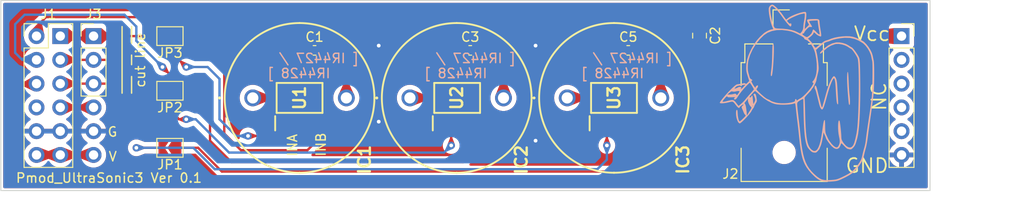
<source format=kicad_pcb>
(kicad_pcb (version 20221018) (generator pcbnew)
  (layers (0 "F.Cu" signal) (31 "B.Cu" signal) (34 "B.Paste" user) (35 "F.Paste" user) (36 "B.SilkS" user "B.Silkscreen") (37 "F.SilkS" user "F.Silkscreen") (38 "B.Mask" user) (39 "F.Mask" user) (44 "Edge.Cuts" user))
  (net 0 "")
  (net 1 "Net-(IC1-VS)")
  (net 2 "GND")
  (net 4 "Net-(IC1-INA)")
  (net 5 "Net-(IC1-INB)")
  (net 6 "Net-(IC1-OUTB)")
  (net 7 "Net-(IC1-OUTA)")
  (net 10 "Net-(IC2-INA)")
  (net 11 "Net-(IC2-INB)")
  (net 12 "Net-(IC2-OUTB)")
  (net 13 "Net-(IC2-OUTA)")
  (net 16 "Net-(IC3-INA)")
  (net 17 "Net-(IC3-INB)")
  (net 18 "Net-(IC3-OUTB)")
  (net 19 "Net-(IC3-OUTA)")
  (net 21 "unconnected-(J1-Pin_4-Pad4)")
  (net 23 "VCC")
  (footprint "SamacSys_Parts:CUSAT80182400TH" (layer "F.Cu") (at 118.618 101.6 90)
    (fp_text reference "U1" (at 0 5 90) (layer "F.SilkS") (effects (font (size 1.27 1.27) (thickness 0.254))))
    (fp_text value "CUSA-T80-18-2400-TH" hide)
    (pad "1" thru_hole circle (at 0 0 90) (size 1.8 1.8) (drill 1.2) (layers "*.Cu" "*.Mask") (net 7 "Net-(IC1-OUTA)"))
    (pad "2" thru_hole circle (at 0 10 90) (size 1.8 1.8) (drill 1.2) (layers "*.Cu" "*.Mask") (net 6 "Net-(IC1-OUTB)"))
  )
  (footprint "SamacSys_Parts:SOIC127P600X175-8N" (layer "F.Cu") (at 123.618 101.6 90)
    (fp_text reference "IC1" (at -6.604 6.938 90) (layer "F.SilkS") (effects (font (size 1.27 1.27) (thickness 0.254))))
    (fp_text value "IR4427STRPBF" hide)
    (pad "1" smd rect (at -2.712 -1.905 180) (size 0.7 1.525) (layers "F.Cu" "F.Paste" "F.Mask"))
    (pad "2" smd rect (at -2.712 -0.635 180) (size 0.7 1.525) (layers "F.Cu" "F.Paste" "F.Mask") (net 4 "Net-(IC1-INA)"))
    (pad "3" smd rect (at -2.712 0.635 180) (size 0.7 1.525) (layers "F.Cu" "F.Paste" "F.Mask") (net 2 "GND"))
    (pad "4" smd rect (at -2.712 1.905 180) (size 0.7 1.525) (layers "F.Cu" "F.Paste" "F.Mask") (net 5 "Net-(IC1-INB)"))
    (pad "5" smd rect (at 2.712 1.905 180) (size 0.7 1.525) (layers "F.Cu" "F.Paste" "F.Mask") (net 6 "Net-(IC1-OUTB)"))
    (pad "6" smd rect (at 2.712 0.635 180) (size 0.7 1.525) (layers "F.Cu" "F.Paste" "F.Mask") (net 1 "Net-(IC1-VS)"))
    (pad "7" smd rect (at 2.712 -0.635 180) (size 0.7 1.525) (layers "F.Cu" "F.Paste" "F.Mask") (net 7 "Net-(IC1-OUTA)"))
    (pad "8" smd rect (at 2.712 -1.905 180) (size 0.7 1.525) (layers "F.Cu" "F.Paste" "F.Mask"))
  )
  (footprint "Capacitor_SMD:C_0805_2012Metric_Pad1.18x1.45mm_HandSolder" (layer "F.Cu") (at 166.37 94.9452 -90)
    (fp_text reference "C2" (at 0 -1.68 90) (layer "F.SilkS"))
    (fp_text value "4.7u")
    (pad "1" smd roundrect (at -1.0375 0 270) (size 1.175 1.45) (layers "F.Cu" "F.Paste" "F.Mask") (roundrect_rratio 0.2127659574) (net 1 "Net-(IC1-VS)"))
    (pad "2" smd roundrect (at 1.0375 0 270) (size 1.175 1.45) (layers "F.Cu" "F.Paste" "F.Mask") (roundrect_rratio 0.2127659574) (net 2 "GND"))
  )
  (footprint "SamacSys_Parts:SOIC127P600X175-8N" (layer "F.Cu") (at 140.462 101.6 90)
    (fp_text reference "IC2" (at -6.604 6.858 90) (layer "F.SilkS") (effects (font (size 1.27 1.27) (thickness 0.254))))
    (fp_text value "IR4427STRPBF" hide)
    (pad "1" smd rect (at -2.712 -1.905 180) (size 0.7 1.525) (layers "F.Cu" "F.Paste" "F.Mask"))
    (pad "2" smd rect (at -2.712 -0.635 180) (size 0.7 1.525) (layers "F.Cu" "F.Paste" "F.Mask") (net 10 "Net-(IC2-INA)"))
    (pad "3" smd rect (at -2.712 0.635 180) (size 0.7 1.525) (layers "F.Cu" "F.Paste" "F.Mask") (net 2 "GND"))
    (pad "4" smd rect (at -2.712 1.905 180) (size 0.7 1.525) (layers "F.Cu" "F.Paste" "F.Mask") (net 11 "Net-(IC2-INB)"))
    (pad "5" smd rect (at 2.712 1.905 180) (size 0.7 1.525) (layers "F.Cu" "F.Paste" "F.Mask") (net 12 "Net-(IC2-OUTB)"))
    (pad "6" smd rect (at 2.712 0.635 180) (size 0.7 1.525) (layers "F.Cu" "F.Paste" "F.Mask") (net 1 "Net-(IC1-VS)"))
    (pad "7" smd rect (at 2.712 -0.635 180) (size 0.7 1.525) (layers "F.Cu" "F.Paste" "F.Mask") (net 13 "Net-(IC2-OUTA)"))
    (pad "8" smd rect (at 2.712 -1.905 180) (size 0.7 1.525) (layers "F.Cu" "F.Paste" "F.Mask"))
  )
  (footprint "Connector_PinSocket_2.54mm:PinSocket_1x06_P2.54mm_Vertical" (layer "F.Cu") (at 187.96 94.996)
    (fp_text reference "REF**" hide)
    (fp_text value "PinSocket_1x06_P2.54mm_Vertical")
    (pad "1" thru_hole rect (at 0 0) (size 1.7 1.7) (drill 1) (layers "*.Cu" "*.Mask") (net 1 "Net-(IC1-VS)"))
    (pad "2" thru_hole oval (at 0 2.54) (size 1.7 1.7) (drill 1) (layers "*.Cu" "*.Mask"))
    (pad "3" thru_hole oval (at 0 5.08) (size 1.7 1.7) (drill 1) (layers "*.Cu" "*.Mask"))
    (pad "4" thru_hole oval (at 0 7.62) (size 1.7 1.7) (drill 1) (layers "*.Cu" "*.Mask"))
    (pad "5" thru_hole oval (at 0 10.16) (size 1.7 1.7) (drill 1) (layers "*.Cu" "*.Mask"))
    (pad "6" thru_hole oval (at 0 12.7) (size 1.7 1.7) (drill 1) (layers "*.Cu" "*.Mask") (net 2 "GND"))
  )
  (footprint "Capacitor_SMD:C_0603_1608Metric_Pad1.08x0.95mm_HandSolder" (layer "F.Cu") (at 141.859 96.52)
    (fp_text reference "C3" (at 0 -1.43) (layer "F.SilkS"))
    (fp_text value "0.1u" hide)
    (pad "1" smd roundrect (at -0.8625 0) (size 1.075 0.95) (layers "F.Cu" "F.Paste" "F.Mask") (net 1 "Net-(IC1-VS)"))
    (pad "2" smd roundrect (at 0.8625 0) (size 1.075 0.95) (layers "F.Cu" "F.Paste" "F.Mask") (net 2 "GND"))
  )
  (footprint "Connector_BarrelJack:BarrelJack_CUI_PJ-036AH-SMT_Horizontal" (layer "F.Cu") (at 175.414 100.432)
    (fp_text reference "J2" (at -5.742 9.296) (layer "F.SilkS"))
    (fp_text value "Barrel_Jack_Switch")
    (pad "" np_thru_hole circle (at 0 7) (size 2 2) (drill 2) (layers "*.Cu" "*.Mask"))
    (pad "1" smd rect (at 0.7 -5.8) (size 3.3 4.4) (layers "F.Cu" "F.Paste" "F.Mask") (net 1 "Net-(IC1-VS)"))
    (pad "2" smd rect (at -6.45 3.2) (size 3.9 6.2) (layers "F.Cu" "F.Paste" "F.Mask") (net 2 "GND"))
    (pad "3" smd rect (at 6.45 3.2) (size 3.9 6.2) (layers "F.Cu" "F.Paste" "F.Mask") (net 2 "GND"))
  )
  (footprint "Capacitor_SMD:C_0603_1608Metric_Pad1.08x0.95mm_HandSolder" (layer "F.Cu") (at 158.75 96.52)
    (fp_text reference "C5" (at 0 -1.43) (layer "F.SilkS"))
    (fp_text value "0.1u" hide)
    (pad "1" smd roundrect (at -0.8625 0) (size 1.075 0.95) (layers "F.Cu" "F.Paste" "F.Mask") (net 1 "Net-(IC1-VS)"))
    (pad "2" smd roundrect (at 0.8625 0) (size 1.075 0.95) (layers "F.Cu" "F.Paste" "F.Mask") (net 2 "GND"))
  )
  (footprint "SamacSys_Parts:SOIC127P600X175-8N" (layer "F.Cu") (at 157.226 101.6 90)
    (fp_text reference "IC3" (at -6.604 7.366 90) (layer "F.SilkS") (effects (font (size 1.27 1.27) (thickness 0.254))))
    (fp_text value "IR4427STRPBF" hide)
    (pad "1" smd rect (at -2.712 -1.905 180) (size 0.7 1.525) (layers "F.Cu" "F.Paste" "F.Mask"))
    (pad "2" smd rect (at -2.712 -0.635 180) (size 0.7 1.525) (layers "F.Cu" "F.Paste" "F.Mask") (net 16 "Net-(IC3-INA)"))
    (pad "3" smd rect (at -2.712 0.635 180) (size 0.7 1.525) (layers "F.Cu" "F.Paste" "F.Mask") (net 2 "GND"))
    (pad "4" smd rect (at -2.712 1.905 180) (size 0.7 1.525) (layers "F.Cu" "F.Paste" "F.Mask") (net 17 "Net-(IC3-INB)"))
    (pad "5" smd rect (at 2.712 1.905 180) (size 0.7 1.525) (layers "F.Cu" "F.Paste" "F.Mask") (net 18 "Net-(IC3-OUTB)"))
    (pad "6" smd rect (at 2.712 0.635 180) (size 0.7 1.525) (layers "F.Cu" "F.Paste" "F.Mask") (net 1 "Net-(IC1-VS)"))
    (pad "7" smd rect (at 2.712 -0.635 180) (size 0.7 1.525) (layers "F.Cu" "F.Paste" "F.Mask") (net 19 "Net-(IC3-OUTA)"))
    (pad "8" smd rect (at 2.712 -1.905 180) (size 0.7 1.525) (layers "F.Cu" "F.Paste" "F.Mask"))
  )
  (footprint "SamacSys_Parts:CUSAT80182400TH" (layer "F.Cu") (at 152.226 101.6 90)
    (fp_text reference "U3" (at 0 5 90) (layer "F.SilkS") (effects (font (size 1.27 1.27) (thickness 0.254))))
    (fp_text value "CUSA-T80-18-2400-TH" hide)
    (pad "1" thru_hole circle (at 0 0 90) (size 1.8 1.8) (drill 1.2) (layers "*.Cu" "*.Mask") (net 19 "Net-(IC3-OUTA)"))
    (pad "2" thru_hole circle (at 0 10 90) (size 1.8 1.8) (drill 1.2) (layers "*.Cu" "*.Mask") (net 18 "Net-(IC3-OUTB)"))
  )
  (footprint "SamacSys_Parts:CUSAT80182400TH" (layer "F.Cu") (at 135.415 101.6 90)
    (fp_text reference "U2" (at 0 5 90) (layer "F.SilkS") (effects (font (size 1.27 1.27) (thickness 0.254))))
    (fp_text value "CUSA-T80-18-2400-TH" hide)
    (pad "1" thru_hole circle (at 0 0 90) (size 1.8 1.8) (drill 1.2) (layers "*.Cu" "*.Mask") (net 13 "Net-(IC2-OUTA)"))
    (pad "2" thru_hole circle (at 0 10 90) (size 1.8 1.8) (drill 1.2) (layers "*.Cu" "*.Mask") (net 12 "Net-(IC2-OUTB)"))
  )
  (footprint "Connector_PinSocket_2.54mm:PinSocket_1x03_P2.54mm_Vertical" (layer "F.Cu") (at 101.6 102.616)
    (fp_text reference "REF**" hide)
    (fp_text value "PinSocket_1x03_P2.54mm_Vertical" hide)
    (pad "1" thru_hole circle (at 0 0) (size 1.7 1.7) (drill 1) (layers "*.Cu" "*.Mask") (net 21 "unconnected-(J1-Pin_4-Pad4)"))
    (pad "2" thru_hole oval (at 0 2.54) (size 1.7 1.7) (drill 1) (layers "*.Cu" "*.Mask") (net 2 "GND"))
    (pad "3" thru_hole oval (at 0 5.08) (size 1.7 1.7) (drill 1) (layers "*.Cu" "*.Mask") (net 23 "VCC"))
  )
  (footprint "Connector_PinHeader_2.54mm:PinHeader_1x03_P2.54mm_Vertical" (layer "F.Cu") (at 101.6 94.996)
    (fp_text reference "J3" (at 0 -2.33) (layer "F.SilkS"))
    (fp_text value "Conn_01x03")
    (pad "1" thru_hole rect (at 0 0) (size 1.7 1.7) (drill 1) (layers "*.Cu" "*.Mask") (net 4 "Net-(IC1-INA)"))
    (pad "2" thru_hole oval (at 0 2.54) (size 1.7 1.7) (drill 1) (layers "*.Cu" "*.Mask") (net 10 "Net-(IC2-INA)"))
    (pad "3" thru_hole oval (at 0 5.08) (size 1.7 1.7) (drill 1) (layers "*.Cu" "*.Mask") (net 16 "Net-(IC3-INA)"))
  )
  (footprint "Connector_PinHeader_2.54mm:PinHeader_2x06_P2.54mm_Vertical" (layer "F.Cu") (at 95.503 94.996)
    (fp_text reference "J1" (at 1.27 -2.33) (layer "F.SilkS"))
    (fp_text value "Pmod_Header")
    (pad "1" thru_hole rect (at 2.54 0) (size 1.7 1.7) (drill 1) (layers "*.Cu" "*.Mask") (net 4 "Net-(IC1-INA)"))
    (pad "2" thru_hole oval (at 2.54 2.54) (size 1.7 1.7) (drill 1) (layers "*.Cu" "*.Mask") (net 10 "Net-(IC2-INA)"))
    (pad "3" thru_hole oval (at 2.54 5.08) (size 1.7 1.7) (drill 1) (layers "*.Cu" "*.Mask") (net 16 "Net-(IC3-INA)"))
    (pad "4" thru_hole oval (at 2.54 7.62) (size 1.7 1.7) (drill 1) (layers "*.Cu" "*.Mask") (net 21 "unconnected-(J1-Pin_4-Pad4)"))
    (pad "5" thru_hole oval (at 2.54 10.16) (size 1.7 1.7) (drill 1) (layers "*.Cu" "*.Mask") (net 2 "GND"))
    (pad "6" thru_hole oval (at 2.54 12.7) (size 1.7 1.7) (drill 1) (layers "*.Cu" "*.Mask") (net 23 "VCC"))
    (pad "7" thru_hole circle (at 0 0) (size 1.7 1.7) (drill 1) (layers "*.Cu" "*.Mask") (net 5 "Net-(IC1-INB)"))
    (pad "8" thru_hole oval (at 0 2.54) (size 1.7 1.7) (drill 1) (layers "*.Cu" "*.Mask") (net 11 "Net-(IC2-INB)"))
    (pad "9" thru_hole oval (at 0 5.08) (size 1.7 1.7) (drill 1) (layers "*.Cu" "*.Mask") (net 17 "Net-(IC3-INB)"))
    (pad "10" thru_hole oval (at 0 7.62) (size 1.7 1.7) (drill 1) (layers "*.Cu" "*.Mask"))
    (pad "11" thru_hole oval (at 0 10.16) (size 1.7 1.7) (drill 1) (layers "*.Cu" "*.Mask") (net 2 "GND"))
    (pad "12" thru_hole oval (at 0 12.7) (size 1.7 1.7) (drill 1) (layers "*.Cu" "*.Mask") (net 23 "VCC"))
  )
  (footprint "Capacitor_SMD:C_0603_1608Metric_Pad1.08x0.95mm_HandSolder" (layer "F.Cu") (at 125.222 96.52)
    (fp_text reference "C1" (at 0 -1.43) (layer "F.SilkS"))
    (fp_text value "0.1u" hide)
    (pad "1" smd roundrect (at -0.8625 0) (size 1.075 0.95) (layers "F.Cu" "F.Paste" "F.Mask") (net 1 "Net-(IC1-VS)"))
    (pad "2" smd roundrect (at 0.8625 0) (size 1.075 0.95) (layers "F.Cu" "F.Paste" "F.Mask") (net 2 "GND"))
  )
  (footprint "Jumper:SolderJumper-2_P1.3mm_Open_TrianglePad1.0x1.5mm" (layer "F.Cu") (at 109.765 100.838 180)
    (fp_text reference "JP2" (at 0 -1.8) (layer "F.SilkS"))
    (fp_text value "SolderJumper_2_Open" hide)
    (pad "1" smd custom (at -0.725 0 180) (size 0.3 0.3) (layers "F.Cu" "F.Mask") (net 11 "Net-(IC2-INB)") (options (clearance outline) (anchor rect)) (primitives (gr_poly (pts (xy 1 0) (xy 0.5 0.75) (xy -0.5 0.75) (xy -0.5 -0.75) (xy 0.5 -0.75)) (width 0) (fill yes))))
    (pad "2" smd custom (at 0.725 0 180) (size 0.3 0.3) (layers "F.Cu" "F.Mask") (net 10 "Net-(IC2-INA)") (options (clearance outline) (anchor rect)) (primitives (gr_poly (pts (xy 0.5 0.75) (xy -0.65 0.75) (xy -0.15 0) (xy -0.65 -0.75) (xy 0.5 -0.75)) (width 0) (fill yes))))
  )
  (footprint "Jumper:SolderJumper-2_P1.3mm_Open_TrianglePad1.0x1.5mm" (layer "F.Cu") (at 109.765 106.934 180)
    (fp_text reference "JP1" (at 0 -1.8) (layer "F.SilkS"))
    (fp_text value "SolderJumper_2_Open" hide)
    (pad "1" smd custom (at -0.725 0 180) (size 0.3 0.3) (layers "F.Cu" "F.Mask") (net 17 "Net-(IC3-INB)") (options (clearance outline) (anchor rect)) (primitives (gr_poly (pts (xy 1 0) (xy 0.5 0.75) (xy -0.5 0.75) (xy -0.5 -0.75) (xy 0.5 -0.75)) (width 0) (fill yes))))
    (pad "2" smd custom (at 0.725 0 180) (size 0.3 0.3) (layers "F.Cu" "F.Mask") (net 16 "Net-(IC3-INA)") (options (clearance outline) (anchor rect)) (primitives (gr_poly (pts (xy 0.5 0.75) (xy -0.65 0.75) (xy -0.15 0) (xy -0.65 -0.75) (xy 0.5 -0.75)) (width 0) (fill yes))))
  )
  (footprint "Jumper:SolderJumper-2_P1.3mm_Open_TrianglePad1.0x1.5mm" (layer "F.Cu") (at 109.765 94.996 180)
    (fp_text reference "JP3" (at 0 -1.8) (layer "F.SilkS"))
    (fp_text value "SolderJumper_2_Open" hide)
    (pad "1" smd custom (at -0.725 0 180) (size 0.3 0.3) (layers "F.Cu" "F.Mask") (net 5 "Net-(IC1-INB)") (options (clearance outline) (anchor rect)) (primitives (gr_poly (pts (xy 1 0) (xy 0.5 0.75) (xy -0.5 0.75) (xy -0.5 -0.75) (xy 0.5 -0.75)) (width 0) (fill yes))))
    (pad "2" smd custom (at 0.725 0 180) (size 0.3 0.3) (layers "F.Cu" "F.Mask") (net 4 "Net-(IC1-INA)") (options (clearance outline) (anchor rect)) (primitives (gr_poly (pts (xy 0.5 0.75) (xy -0.65 0.75) (xy -0.15 0) (xy -0.65 -0.75) (xy 0.5 -0.75)) (width 0) (fill yes))))
  )
  (footprint "MyLibrary:kamo20" (layer "B.Cu") (at 177.788231 100.971794 -90)
    (fp_text reference "G***" hide)
    (fp_text value "LOGO" hide)
  )
  (gr_line (start 105.664 95.758) (end 105.664 93.98) (stroke (width 0.15)) (layer "F.SilkS"))
  (gr_line (start 104.648 101.092) (end 104.648 93.98) (stroke (width 0.15)) (layer "F.SilkS"))
  (gr_line (start 105.664 101.092) (end 105.664 99.314) (stroke (width 0.15)) (layer "F.SilkS"))
  (gr_line (start 105.664 98.044) (end 105.664 97.028) (stroke (width 0.15)) (layer "F.SilkS"))
  (gr_rect (start 91.694 91.186) (end 191.008 111.506) (stroke (width 0.1)) (fill none) (layer "Edge.Cuts"))
  (gr_text "[ IR4427 /\n    IR4428 ]" (at 146.812 99.568) (layer "B.SilkS") (effects (font (size 1 1)) (justify left bottom mirror)))
  (gr_text "[ IR4427 /\n    IR4428 ]" (at 130.048 99.568) (layer "B.SilkS") (effects (font (size 1 1)) (justify left bottom mirror)))
  (gr_text "[ IR4427 /\n    IR4428 ]" (at 163.576 99.568) (layer "B.SilkS") (effects (font (size 1 1)) (justify left bottom mirror)))
  (gr_text "GND" (at 181.864 109.728) (layer "F.SilkS") (effects (font (size 1.5 1.5) (thickness 0.1875)) (justify left bottom)))
  (gr_text "NC" (at 186.436 103.124 90) (layer "F.SilkS") (effects (font (size 1.5 1.5) (thickness 0.1875)) (justify left bottom)))
  (gr_text "INA" (at 123.444 107.95 90) (layer "F.SilkS") (effects (font (size 1 1)) (justify left bottom)))
  (gr_text "G" (at 103.0224 105.8164) (layer "F.SilkS") (effects (font (size 1 1)) (justify left bottom)))
  (gr_text "Vcc" (at 182.753 95.631) (layer "F.SilkS") (effects (font (size 1.5 1.5) (thickness 0.1875)) (justify left bottom)))
  (gr_text "INB" (at 126.492 107.95 90) (layer "F.SilkS") (effects (font (size 1 1)) (justify left bottom)))
  (gr_text "V" (at 103.124 108.458) (layer "F.SilkS") (effects (font (size 1 1)) (justify left bottom)))
  (gr_text "Pmod_UltraSonic3 Ver 0.1" (at 93.218 110.744) (layer "F.SilkS") (effects (font (size 1 1)) (justify left bottom)))
  (gr_text "cut line" (at 107.188 100.584 90) (layer "F.SilkS") (effects (font (size 1 1)) (justify left bottom)))
  (segment (start 157.861 98.888) (end 157.861 96.5465) (width 0.5) (layer "F.Cu") (net 1))
  (segment (start 124.253 98.888) (end 124.253 96.6265) (width 0.5) (layer "F.Cu") (net 1))
  (segment (start 141.097 96.6205) (end 140.9965 96.52) (width 0.5) (layer "F.Cu") (net 1))
  (segment (start 124.3595 94.8425) (end 124.3595 96.52) (width 1) (layer "F.Cu") (net 1))
  (segment (start 176.114 94.632) (end 174.896 94.632) (width 1) (layer "F.Cu") (net 1))
  (segment (start 159.0255 93.7045) (end 142.1345 93.7045) (width 1.25) (layer "F.Cu") (net 1))
  (segment (start 176.406 94.996) (end 187.96 94.996) (width 1.5) (layer "F.Cu") (net 1))
  (segment (start 124.253 96.6265) (end 124.3595 96.52) (width 0.5) (layer "F.Cu") (net 1))
  (segment (start 125.4975 93.7045) (end 124.3595 94.8425) (width 1) (layer "F.Cu") (net 1))
  (segment (start 157.861 96.5465) (end 157.8875 96.52) (width 0.5) (layer "F.Cu") (net 1))
  (segment (start 166.3915 93.726) (end 166.37 93.7045) (width 1) (layer "F.Cu") (net 1))
  (segment (start 142.1345 93.7045) (end 125.4975 93.7045) (width 1.25) (layer "F.Cu") (net 1))
  (segment (start 173.99 93.726) (end 166.3915 93.726) (width 1.5) (layer "F.Cu") (net 1))
  (segment (start 141.097 98.888) (end 141.097 96.6205) (width 0.5) (layer "F.Cu") (net 1))
  (segment (start 166.37 93.7045) (end 159.0255 93.7045) (width 1.5) (layer "F.Cu") (net 1))
  (segment (start 142.1345 93.7045) (end 140.9965 94.8425) (width 1) (layer "F.Cu") (net 1))
  (segment (start 140.9965 94.8425) (end 140.9965 96.52) (width 1) (layer "F.Cu") (net 1))
  (segment (start 174.896 94.632) (end 173.99 93.726) (width 1) (layer "F.Cu") (net 1))
  (segment (start 157.8875 96.52) (end 157.8875 94.8425) (width 1) (layer "F.Cu") (net 1))
  (segment (start 159.0255 93.7045) (end 157.8875 94.8425) (width 1) (layer "F.Cu") (net 1))
  (segment (start 125.73 96.6205) (end 125.6295 96.52) (width 0.5) (layer "F.Cu") (net 2))
  (segment (start 181.864 103.632) (end 181.864 106.045) (width 1) (layer "F.Cu") (net 2))
  (via (at 132.08 96.012) (size 0.8) (drill 0.4) (layers "F.Cu" "B.Cu") (net 2))
  (via (at 148.844 96.012) (size 0.8) (drill 0.4) (layers "F.Cu" "B.Cu") (net 2))
  (via (at 132.08 104.14) (size 0.8) (drill 0.4) (layers "F.Cu" "B.Cu") (net 2))
  (via (at 148.844 106.172) (size 0.8) (drill 0.4) (layers "F.Cu" "B.Cu") (net 2))
  (segment (start 98.044 94.996) (end 102.108 94.996) (width 0.25) (layer "F.Cu") (net 4))
  (segment (start 109.04 95.832) (end 109.04 94.996) (width 0.25) (layer "F.Cu") (net 4))
  (segment (start 102.108 94.996) (end 109.04 94.996) (width 0.25) (layer "F.Cu") (net 4))
  (segment (start 118.11 105.664) (end 122.0435 105.664) (width 0.25) (layer "F.Cu") (net 4))
  (segment (start 111.506 98.298) (end 109.04 95.832) (width 0.25) (layer "F.Cu") (net 4))
  (segment (start 122.0435 105.664) (end 122.983 104.7245) (width 0.25) (layer "F.Cu") (net 4))
  (segment (start 122.983 104.7245) (end 122.983 104.312) (width 0.25) (layer "F.Cu") (net 4))
  (via (at 118.11 105.664) (size 0.8) (drill 0.4) (layers "F.Cu" "B.Cu") (net 4))
  (via (at 111.506 98.298) (size 0.8) (drill 0.4) (layers "F.Cu" "B.Cu") (net 4))
  (segment (start 115.062 103.886) (end 115.062 99.568) (width 0.25) (layer "B.Cu") (net 4))
  (segment (start 115.062 99.568) (end 113.792 98.298) (width 0.25) (layer "B.Cu") (net 4))
  (segment (start 118.11 105.664) (end 116.84 105.664) (width 0.25) (layer "B.Cu") (net 4))
  (segment (start 113.792 98.298) (end 111.506 98.298) (width 0.25) (layer "B.Cu") (net 4))
  (segment (start 116.84 105.664) (end 115.062 103.886) (width 0.25) (layer "B.Cu") (net 4))
  (segment (start 96.52 92.964) (end 109.982 92.964) (width 0.25) (layer "F.Cu") (net 5))
  (segment (start 115.57 105.41) (end 117.348 107.188) (width 0.25) (layer "F.Cu") (net 5))
  (segment (start 110.49 94.996) (end 114.046 94.996) (width 0.25) (layer "F.Cu") (net 5))
  (segment (start 95.504 94.996) (end 95.504 93.98) (width 0.25) (layer "F.Cu") (net 5))
  (segment (start 124.46 107.188) (end 125.523 106.125) (width 0.25) (layer "F.Cu") (net 5))
  (segment (start 95.504 93.98) (end 96.52 92.964) (width 0.25) (layer "F.Cu") (net 5))
  (segment (start 109.982 92.964) (end 110.49 93.472) (width 0.25) (layer "F.Cu") (net 5))
  (segment (start 114.046 94.996) (end 115.57 96.52) (width 0.25) (layer "F.Cu") (net 5))
  (segment (start 125.523 106.125) (end 125.523 104.312) (width 0.25) (layer "F.Cu") (net 5))
  (segment (start 110.49 93.472) (end 110.49 94.996) (width 0.25) (layer "F.Cu") (net 5))
  (segment (start 115.57 96.52) (end 115.57 105.41) (width 0.25) (layer "F.Cu") (net 5))
  (segment (start 117.348 107.188) (end 124.46 107.188) (width 0.25) (layer "F.Cu") (net 5))
  (segment (start 128.618 99.916) (end 127.59 98.888) (width 0.5) (layer "F.Cu") (net 6))
  (segment (start 128.618 101.6) (end 128.618 99.916) (width 0.5) (layer "F.Cu") (net 6))
  (segment (start 127.59 98.888) (end 125.523 98.888) (width 0.5) (layer "F.Cu") (net 6))
  (segment (start 122.983 100.537) (end 122.983 98.888) (width 0.5) (layer "F.Cu") (net 7))
  (segment (start 121.92 101.6) (end 122.983 100.537) (width 0.5) (layer "F.Cu") (net 7))
  (segment (start 118.618 101.6) (end 121.92 101.6) (width 0.5) (layer "F.Cu") (net 7))
  (segment (start 107.696 100.076) (end 108.458 100.838) (width 0.25) (layer "F.Cu") (net 10))
  (segment (start 107.696 99.314) (end 107.696 100.076) (width 0.25) (layer "F.Cu") (net 10))
  (segment (start 109.04 100.838) (end 109.04 102.182) (width 0.25) (layer "F.Cu") (net 10))
  (segment (start 109.04 102.182) (end 109.22 102.362) (width 0.25) (layer "F.Cu") (net 10))
  (segment (start 108.458 100.838) (end 109.04 100.838) (width 0.25) (layer "F.Cu") (net 10))
  (segment (start 98.044 97.536) (end 105.918 97.536) (width 0.25) (layer "F.Cu") (net 10))
  (segment (start 105.918 97.536) (end 107.696 99.314) (width 0.25) (layer "F.Cu") (net 10))
  (segment (start 110.744 103.886) (end 111.506 103.886) (width 0.25) (layer "F.Cu") (net 10))
  (segment (start 139.827 106.68) (end 139.827 104.312) (width 0.25) (layer "F.Cu") (net 10))
  (segment (start 109.22 102.362) (end 110.744 103.886) (width 0.25) (layer "F.Cu") (net 10))
  (via (at 139.827 106.68) (size 0.8) (drill 0.4) (layers "F.Cu" "B.Cu") (net 10))
  (via (at 111.506 103.886) (size 0.8) (drill 0.4) (layers "F.Cu" "B.Cu") (net 10))
  (segment (start 139.065 107.442) (end 139.827 106.68) (width 0.25) (layer "B.Cu") (net 10))
  (segment (start 112.522 103.886) (end 116.078 107.442) (width 0.25) (layer "B.Cu") (net 10))
  (segment (start 111.506 103.886) (end 112.522 103.886) (width 0.25) (layer "B.Cu") (net 10))
  (segment (start 116.078 107.442) (end 139.065 107.442) (width 0.25) (layer "B.Cu") (net 10))
  (segment (start 116.332 108.458) (end 141.097 108.458) (width 0.25) (layer "F.Cu") (net 11))
  (segment (start 108.966 98.298) (end 110.49 99.822) (width 0.25) (layer "F.Cu") (net 11))
  (segment (start 112.522 100.838) (end 114.046 102.362) (width 0.25) (layer "F.Cu") (net 11))
  (segment (start 141.097 108.458) (end 142.367 107.188) (width 0.25) (layer "F.Cu") (net 11))
  (segment (start 142.367 107.188) (end 142.367 104.312) (width 0.25) (layer "F.Cu") (net 11))
  (segment (start 110.49 100.838) (end 112.522 100.838) (width 0.25) (layer "F.Cu") (net 11))
  (segment (start 114.046 102.362) (end 114.046 106.172) (width 0.25) (layer "F.Cu") (net 11))
  (segment (start 110.49 99.822) (end 110.49 100.838) (width 0.25) (layer "F.Cu") (net 11))
  (segment (start 114.046 106.172) (end 116.332 108.458) (width 0.25) (layer "F.Cu") (net 11))
  (via (at 108.966 98.298) (size 0.8) (drill 0.4) (layers "F.Cu" "B.Cu") (net 11))
  (segment (start 94.234 92.71) (end 93.218 93.726) (width 0.25) (layer "B.Cu") (net 11))
  (segment (start 106.172 93.98) (end 104.902 92.71) (width 0.25) (layer "B.Cu") (net 11))
  (segment (start 106.172 95.504) (end 106.172 93.98) (width 0.25) (layer "B.Cu") (net 11))
  (segment (start 93.218 96.774) (end 93.98 97.536) (width 0.25) (layer "B.Cu") (net 11))
  (segment (start 108.966 98.298) (end 106.172 95.504) (width 0.25) (layer "B.Cu") (net 11))
  (segment (start 93.218 93.726) (end 93.218 96.774) (width 0.25) (layer "B.Cu") (net 11))
  (segment (start 104.902 92.71) (end 94.234 92.71) (width 0.25) (layer "B.Cu") (net 11))
  (segment (start 93.98 97.536) (end 95.504 97.536) (width 0.25) (layer "B.Cu") (net 11))
  (segment (start 145.415 99.568) (end 144.735 98.888) (width 0.5) (layer "F.Cu") (net 12))
  (segment (start 144.735 98.888) (end 142.367 98.888) (width 0.5) (layer "F.Cu") (net 12))
  (segment (start 145.415 101.6) (end 145.415 99.568) (width 0.5) (layer "F.Cu") (net 12))
  (segment (start 139.827 101.092) (end 139.827 98.888) (width 0.5) (layer "F.Cu") (net 13))
  (segment (start 135.415 101.6) (end 139.319 101.6) (width 0.5) (layer "F.Cu") (net 13))
  (segment (start 139.319 101.6) (end 139.827 101.092) (width 0.5) (layer "F.Cu") (net 13))
  (segment (start 109.04 106.5) (end 109.04 106.934) (width 0.25) (layer "F.Cu") (net 16))
  (segment (start 106.426 100.838) (end 106.426 103.886) (width 0.25) (layer "F.Cu") (net 16))
  (segment (start 105.664 100.076) (end 106.426 100.838) (width 0.25) (layer "F.Cu") (net 16))
  (segment (start 109.04 106.934) (end 106.172 106.934) (width 0.25) (layer "F.Cu") (net 16))
  (segment (start 156.464 104.439) (end 156.591 104.312) (width 0.25) (layer "F.Cu") (net 16))
  (segment (start 106.426 103.886) (end 109.04 106.5) (width 0.25) (layer "F.Cu") (net 16))
  (segment (start 156.464 106.68) (end 156.464 104.439) (width 0.25) (layer "F.Cu") (net 16))
  (segment (start 98.044 100.076) (end 105.664 100.076) (width 0.25) (layer "F.Cu") (net 16))
  (via (at 156.464 106.68) (size 0.8) (drill 0.4) (layers "F.Cu" "B.Cu") (net 16))
  (via (at 106.172 106.934) (size 0.8) (drill 0.4) (layers "F.Cu" "B.Cu") (net 16))
  (segment (start 156.464 108.204) (end 156.464 106.68) (width 0.25) (layer "B.Cu") (net 16))
  (segment (start 155.448 109.22) (end 114.554 109.22) (width 0.25) (layer "B.Cu") (net 16))
  (segment (start 112.268 106.934) (end 114.554 109.22) (width 0.25) (layer "B.Cu") (net 16))
  (segment (start 155.448 109.22) (end 156.464 108.204) (width 0.25) (layer "B.Cu") (net 16))
  (segment (start 106.172 106.934) (end 112.268 106.934) (width 0.25) (layer "B.Cu") (net 16))
  (segment (start 93.218 100.838) (end 93.218 109.093) (width 0.25) (layer "F.Cu") (net 17))
  (segment (start 93.98 100.076) (end 93.218 100.838) (width 0.25) (layer "F.Cu") (net 17))
  (segment (start 159.131 108.077) (end 159.131 104.312) (width 0.25) (layer "F.Cu") (net 17))
  (segment (start 110.49 108.966) (end 110.49 106.934) (width 0.25) (layer "F.Cu") (net 17))
  (segment (start 95.504 100.076) (end 93.98 100.076) (width 0.25) (layer "F.Cu") (net 17))
  (segment (start 94.107 109.982) (end 109.474 109.982) (width 0.25) (layer "F.Cu") (net 17))
  (segment (start 110.49 106.934) (end 112.776 106.934) (width 0.25) (layer "F.Cu") (net 17))
  (segment (start 109.474 109.982) (end 110.49 108.966) (width 0.25) (layer "F.Cu") (net 17))
  (segment (start 112.776 106.934) (end 115.316 109.474) (width 0.25) (layer "F.Cu") (net 17))
  (segment (start 115.316 109.474) (end 157.734 109.474) (width 0.25) (layer "F.Cu") (net 17))
  (segment (start 93.218 109.093) (end 94.107 109.982) (width 0.25) (layer "F.Cu") (net 17))
  (segment (start 157.734 109.474) (end 159.131 108.077) (width 0.25) (layer "F.Cu") (net 17))
  (segment (start 162.226 101.6) (end 162.226 99.488) (width 0.5) (layer "F.Cu") (net 18))
  (segment (start 161.626 98.888) (end 159.131 98.888) (width 0.5) (layer "F.Cu") (net 18))
  (segment (start 162.226 99.488) (end 161.626 98.888) (width 0.5) (layer "F.Cu") (net 18))
  (segment (start 156.21 101.6) (end 156.591 101.219) (width 0.5) (layer "F.Cu") (net 19))
  (segment (start 152.226 101.6) (end 156.21 101.6) (width 0.5) (layer "F.Cu") (net 19))
  (segment (start 156.591 101.219) (end 156.591 98.888) (width 0.5) (layer "F.Cu") (net 19))
  (segment (start 98.043 102.616) (end 101.6 102.616) (width 0.25) (layer "F.Cu") (net 21))
  (segment (start 95.503 107.696) (end 98.043 107.696) (width 0.5) (layer "F.Cu") (net 23))
  (segment (start 98.043 107.696) (end 101.6 107.696) (width 0.5) (layer "F.Cu") (net 23))
  (zone (net 2) (net_name "GND") (layer "F.Cu") (connect_pads (clearance 0.5)) (min_thickness 0.25) (fill yes (thermal_gap 0.5) (thermal_bridge_width 0.5))
    (polygon (pts (xy 91.948 91.44) (xy 190.754 91.44) (xy 190.754 111.252) (xy 91.948 111.252)))
  )
  (zone (net 2) (net_name "GND") (layer "B.Cu") (connect_pads (clearance 0.5)) (min_thickness 0.25) (fill yes (thermal_gap 0.5) (thermal_bridge_width 0.5))
    (polygon (pts (xy 91.948 91.44) (xy 190.754 91.44) (xy 190.754 111.252) (xy 91.948 111.252)))
  )
)
</source>
